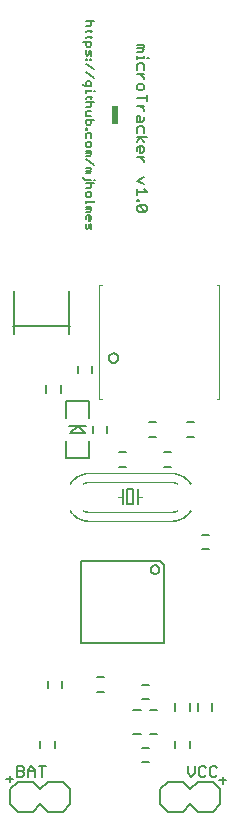
<source format=gto>
G75*
%MOIN*%
%OFA0B0*%
%FSLAX24Y24*%
%IPPOS*%
%LPD*%
%AMOC8*
5,1,8,0,0,1.08239X$1,22.5*
%
%ADD10C,0.0060*%
%ADD11C,0.0050*%
%ADD12R,0.0236X0.0591*%
%ADD13C,0.0039*%
%ADD14C,0.0002*%
%ADD15C,0.0020*%
%ADD16C,0.0080*%
D10*
X000443Y001887D02*
X000443Y002114D01*
X000330Y002000D02*
X000557Y002000D01*
X000680Y002080D02*
X000850Y002080D01*
X000907Y002137D01*
X000907Y002193D01*
X000850Y002250D01*
X000680Y002250D01*
X000680Y002080D02*
X000680Y002420D01*
X000850Y002420D01*
X000907Y002364D01*
X000907Y002307D01*
X000850Y002250D01*
X001048Y002250D02*
X001275Y002250D01*
X001275Y002307D02*
X001275Y002080D01*
X001275Y002307D02*
X001162Y002420D01*
X001048Y002307D01*
X001048Y002080D01*
X001417Y002420D02*
X001643Y002420D01*
X001530Y002420D02*
X001530Y002080D01*
X001464Y003032D02*
X001464Y003268D01*
X001936Y003268D02*
X001936Y003032D01*
X001714Y005032D02*
X001714Y005268D01*
X002186Y005268D02*
X002186Y005032D01*
X002820Y006520D02*
X002820Y009280D01*
X005440Y009280D01*
X005580Y009140D01*
X005580Y006520D01*
X002820Y006520D01*
X003332Y005386D02*
X003568Y005386D01*
X003568Y004914D02*
X003332Y004914D01*
X004560Y004290D02*
X004800Y004290D01*
X004832Y004664D02*
X005068Y004664D01*
X005100Y004290D02*
X005340Y004290D01*
X005340Y003510D02*
X005100Y003510D01*
X005068Y003036D02*
X004832Y003036D01*
X004832Y002564D02*
X005068Y002564D01*
X004800Y003510D02*
X004560Y003510D01*
X004832Y005136D02*
X005068Y005136D01*
X005964Y004518D02*
X005964Y004282D01*
X005964Y003268D02*
X005964Y003032D01*
X006380Y002420D02*
X006380Y002193D01*
X006493Y002080D01*
X006607Y002193D01*
X006607Y002420D01*
X006748Y002364D02*
X006748Y002137D01*
X006805Y002080D01*
X006918Y002080D01*
X006975Y002137D01*
X007117Y002137D02*
X007117Y002364D01*
X007173Y002420D01*
X007287Y002420D01*
X007343Y002364D01*
X007343Y002137D02*
X007287Y002080D01*
X007173Y002080D01*
X007117Y002137D01*
X006975Y002364D02*
X006918Y002420D01*
X006805Y002420D01*
X006748Y002364D01*
X006436Y003032D02*
X006436Y003268D01*
X006436Y004282D02*
X006436Y004518D01*
X006714Y004518D02*
X006714Y004282D01*
X007186Y004282D02*
X007186Y004518D01*
X007543Y002064D02*
X007543Y001837D01*
X007430Y001950D02*
X007657Y001950D01*
X007068Y009664D02*
X006832Y009664D01*
X006832Y010136D02*
X007068Y010136D01*
X006568Y013414D02*
X006332Y013414D01*
X006332Y013886D02*
X006568Y013886D01*
X005818Y012886D02*
X005582Y012886D01*
X005582Y012414D02*
X005818Y012414D01*
X005318Y013414D02*
X005082Y013414D01*
X005082Y013886D02*
X005318Y013886D01*
X004700Y011650D02*
X004700Y011400D01*
X004700Y011150D01*
X004550Y011150D02*
X004550Y011650D01*
X004350Y011650D01*
X004350Y011150D01*
X004550Y011150D01*
X004200Y011150D02*
X004200Y011400D01*
X004200Y011650D01*
X004318Y012414D02*
X004082Y012414D01*
X004082Y012886D02*
X004318Y012886D01*
X003686Y013532D02*
X003686Y013768D01*
X003214Y013768D02*
X003214Y013532D01*
X003186Y015532D02*
X003186Y015768D01*
X002714Y015768D02*
X002714Y015532D01*
X002430Y016840D02*
X002430Y018260D01*
X003023Y020320D02*
X003067Y020363D01*
X003067Y020450D01*
X003110Y020493D01*
X003153Y020450D01*
X003153Y020320D01*
X003110Y020614D02*
X003067Y020614D01*
X003067Y020788D01*
X003110Y020788D02*
X003153Y020744D01*
X003153Y020658D01*
X003110Y020614D01*
X002980Y020658D02*
X002980Y020744D01*
X003023Y020788D01*
X003110Y020788D01*
X003110Y020909D02*
X002980Y020909D01*
X002980Y020996D02*
X003110Y020996D01*
X003153Y020952D01*
X003110Y020909D01*
X003110Y020996D02*
X003153Y021039D01*
X003153Y021082D01*
X002980Y021082D01*
X002980Y021192D02*
X002980Y021279D01*
X002980Y021235D02*
X003240Y021235D01*
X003240Y021279D01*
X003110Y021400D02*
X003153Y021443D01*
X003153Y021530D01*
X003110Y021573D01*
X003023Y021573D01*
X002980Y021530D01*
X002980Y021443D01*
X003023Y021400D01*
X003110Y021400D01*
X003110Y021695D02*
X002980Y021695D01*
X003110Y021695D02*
X003153Y021738D01*
X003153Y021825D01*
X003110Y021868D01*
X003153Y021978D02*
X002937Y021978D01*
X002893Y022021D01*
X002893Y022064D01*
X002980Y022186D02*
X003110Y022186D01*
X003153Y022229D01*
X003110Y022272D01*
X002980Y022272D01*
X002980Y022359D02*
X003153Y022359D01*
X003153Y022316D01*
X003110Y022272D01*
X003240Y021868D02*
X002980Y021868D01*
X003240Y021978D02*
X003284Y021978D01*
X003240Y022480D02*
X002980Y022654D01*
X002980Y022775D02*
X003110Y022775D01*
X003153Y022818D01*
X003110Y022862D01*
X002980Y022862D01*
X002980Y022948D02*
X003153Y022948D01*
X003153Y022905D01*
X003110Y022862D01*
X003110Y023070D02*
X003023Y023070D01*
X002980Y023113D01*
X002980Y023200D01*
X003023Y023243D01*
X003110Y023243D01*
X003153Y023200D01*
X003153Y023113D01*
X003110Y023070D01*
X003153Y023364D02*
X003153Y023494D01*
X003110Y023538D01*
X003023Y023538D01*
X002980Y023494D01*
X002980Y023364D01*
X002980Y023642D02*
X002980Y023685D01*
X003023Y023685D01*
X003023Y023642D01*
X002980Y023642D01*
X003023Y023806D02*
X003110Y023806D01*
X003153Y023850D01*
X003153Y023980D01*
X003240Y023980D02*
X002980Y023980D01*
X002980Y023850D01*
X003023Y023806D01*
X002980Y024101D02*
X003153Y024101D01*
X003153Y024274D02*
X003023Y024274D01*
X002980Y024231D01*
X002980Y024101D01*
X002980Y024396D02*
X003110Y024396D01*
X003153Y024439D01*
X003153Y024526D01*
X003110Y024569D01*
X003153Y024679D02*
X003153Y024765D01*
X003197Y024722D02*
X003023Y024722D01*
X002980Y024679D01*
X002980Y024569D02*
X003240Y024569D01*
X003240Y024919D02*
X003284Y024919D01*
X003240Y025378D02*
X002980Y025551D01*
X003240Y025672D02*
X002980Y025846D01*
X002980Y025950D02*
X002980Y025993D01*
X003023Y025993D01*
X003023Y025950D01*
X002980Y025950D01*
X003110Y025950D02*
X003110Y025993D01*
X003153Y025993D01*
X003153Y025950D01*
X003110Y025950D01*
X003153Y026114D02*
X003153Y026244D01*
X003110Y026288D01*
X003067Y026244D01*
X003067Y026158D01*
X003023Y026114D01*
X002980Y026158D01*
X002980Y026288D01*
X003023Y026409D02*
X002980Y026452D01*
X002980Y026582D01*
X002893Y026582D02*
X003153Y026582D01*
X003153Y026452D01*
X003110Y026409D01*
X003023Y026409D01*
X002980Y026692D02*
X003023Y026736D01*
X003197Y026736D01*
X003153Y026779D02*
X003153Y026692D01*
X003153Y026889D02*
X003153Y026975D01*
X003197Y026932D02*
X003023Y026932D01*
X002980Y026889D01*
X002980Y027097D02*
X003110Y027097D01*
X003153Y027140D01*
X003153Y027227D01*
X003110Y027270D01*
X003240Y027270D02*
X002980Y027270D01*
X003023Y025257D02*
X002980Y025213D01*
X002980Y025083D01*
X002937Y025083D02*
X003153Y025083D01*
X003153Y025213D01*
X003110Y025257D01*
X003023Y025257D01*
X002893Y025170D02*
X002893Y025126D01*
X002937Y025083D01*
X002980Y024962D02*
X002980Y024875D01*
X002980Y024919D02*
X003153Y024919D01*
X003153Y024962D01*
X002980Y020493D02*
X002980Y020363D01*
X003023Y020320D01*
X002136Y015118D02*
X002136Y014882D01*
X001664Y014882D02*
X001664Y015118D01*
X000570Y016840D02*
X000570Y018260D01*
X004680Y020959D02*
X004680Y021073D01*
X004737Y021129D01*
X004964Y020903D01*
X004737Y020903D01*
X004680Y020959D01*
X004737Y021129D02*
X004964Y021129D01*
X005020Y021073D01*
X005020Y020959D01*
X004964Y020903D01*
X004737Y021257D02*
X004680Y021257D01*
X004680Y021314D01*
X004737Y021314D01*
X004737Y021257D01*
X004680Y021455D02*
X004680Y021682D01*
X004680Y021568D02*
X005020Y021568D01*
X004907Y021682D01*
X004907Y021823D02*
X004680Y021937D01*
X004907Y022050D01*
X004907Y022555D02*
X004907Y022612D01*
X004793Y022725D01*
X004680Y022725D02*
X004907Y022725D01*
X004850Y022867D02*
X004907Y022924D01*
X004907Y023037D01*
X004850Y023094D01*
X004737Y023094D01*
X004680Y023037D01*
X004680Y022924D01*
X004793Y022867D02*
X004793Y023094D01*
X004680Y023231D02*
X004793Y023401D01*
X004907Y023231D01*
X005020Y023401D02*
X004680Y023401D01*
X004680Y023542D02*
X004680Y023712D01*
X004737Y023769D01*
X004850Y023769D01*
X004907Y023712D01*
X004907Y023542D01*
X004850Y023910D02*
X004680Y023910D01*
X004680Y024081D01*
X004737Y024137D01*
X004793Y024081D01*
X004793Y023910D01*
X004850Y023910D02*
X004907Y023967D01*
X004907Y024081D01*
X004907Y024274D02*
X004907Y024331D01*
X004793Y024444D01*
X004680Y024444D02*
X004907Y024444D01*
X005020Y024586D02*
X005020Y024813D01*
X005020Y024699D02*
X004680Y024699D01*
X004737Y024954D02*
X004680Y025011D01*
X004680Y025124D01*
X004737Y025181D01*
X004850Y025181D01*
X004907Y025124D01*
X004907Y025011D01*
X004850Y024954D01*
X004737Y024954D01*
X004907Y025318D02*
X004907Y025374D01*
X004793Y025488D01*
X004680Y025488D02*
X004907Y025488D01*
X004907Y025629D02*
X004907Y025799D01*
X004850Y025856D01*
X004737Y025856D01*
X004680Y025799D01*
X004680Y025629D01*
X004680Y025988D02*
X004680Y026102D01*
X004680Y026045D02*
X004907Y026045D01*
X004907Y026102D01*
X005020Y026045D02*
X005077Y026045D01*
X004850Y026243D02*
X004907Y026300D01*
X004850Y026357D01*
X004680Y026357D01*
X004680Y026470D02*
X004907Y026470D01*
X004907Y026413D01*
X004850Y026357D01*
X004850Y026243D02*
X004680Y026243D01*
X004793Y022867D02*
X004850Y022867D01*
X005139Y008980D02*
X005141Y009003D01*
X005147Y009026D01*
X005156Y009047D01*
X005169Y009067D01*
X005185Y009084D01*
X005203Y009098D01*
X005223Y009109D01*
X005245Y009117D01*
X005268Y009121D01*
X005292Y009121D01*
X005315Y009117D01*
X005337Y009109D01*
X005357Y009098D01*
X005375Y009084D01*
X005391Y009067D01*
X005404Y009047D01*
X005413Y009026D01*
X005419Y009003D01*
X005421Y008980D01*
X005419Y008957D01*
X005413Y008934D01*
X005404Y008913D01*
X005391Y008893D01*
X005375Y008876D01*
X005357Y008862D01*
X005337Y008851D01*
X005315Y008843D01*
X005292Y008839D01*
X005268Y008839D01*
X005245Y008843D01*
X005223Y008851D01*
X005203Y008862D01*
X005185Y008876D01*
X005169Y008893D01*
X005156Y008913D01*
X005147Y008934D01*
X005141Y008957D01*
X005139Y008980D01*
D11*
X003736Y016028D02*
X003738Y016053D01*
X003744Y016077D01*
X003753Y016100D01*
X003766Y016121D01*
X003783Y016140D01*
X003802Y016157D01*
X003823Y016170D01*
X003846Y016179D01*
X003870Y016185D01*
X003895Y016187D01*
X003920Y016185D01*
X003944Y016179D01*
X003967Y016170D01*
X003988Y016157D01*
X004007Y016140D01*
X004024Y016121D01*
X004037Y016100D01*
X004046Y016077D01*
X004052Y016053D01*
X004054Y016028D01*
X004052Y016003D01*
X004046Y015979D01*
X004037Y015956D01*
X004024Y015935D01*
X004007Y015916D01*
X003988Y015899D01*
X003967Y015886D01*
X003944Y015877D01*
X003920Y015871D01*
X003895Y015869D01*
X003870Y015871D01*
X003846Y015877D01*
X003823Y015886D01*
X003802Y015899D01*
X003783Y015916D01*
X003766Y015935D01*
X003753Y015956D01*
X003744Y015979D01*
X003738Y016003D01*
X003736Y016028D01*
X002438Y017113D02*
X000625Y017113D01*
X000563Y017113D01*
D12*
X003962Y024132D03*
D13*
X003521Y018481D02*
X003422Y018481D01*
X003422Y014662D01*
X003521Y014662D01*
X007340Y014662D02*
X007399Y014662D01*
X007399Y018481D01*
X007340Y018481D01*
D14*
X006468Y011855D02*
X006453Y011845D01*
X006453Y011846D02*
X006421Y011890D01*
X006386Y011932D01*
X006347Y011971D01*
X006306Y012008D01*
X006263Y012041D01*
X006218Y012072D01*
X006170Y012099D01*
X006121Y012123D01*
X006070Y012144D01*
X006018Y012160D01*
X005964Y012174D01*
X005910Y012183D01*
X005856Y012189D01*
X005801Y012191D01*
X005800Y012208D01*
X005801Y012209D01*
X005857Y012207D01*
X005913Y012201D01*
X005968Y012191D01*
X006023Y012178D01*
X006076Y012161D01*
X006128Y012140D01*
X006178Y012115D01*
X006227Y012087D01*
X006274Y012056D01*
X006318Y012021D01*
X006360Y011984D01*
X006399Y011944D01*
X006435Y011901D01*
X006468Y011856D01*
X006467Y011855D01*
X006434Y011900D01*
X006398Y011943D01*
X006359Y011983D01*
X006317Y012021D01*
X006273Y012055D01*
X006226Y012086D01*
X006178Y012114D01*
X006127Y012139D01*
X006076Y012160D01*
X006022Y012177D01*
X005968Y012190D01*
X005913Y012200D01*
X005857Y012206D01*
X005801Y012208D01*
X005801Y012207D01*
X005857Y012205D01*
X005913Y012199D01*
X005968Y012189D01*
X006022Y012176D01*
X006075Y012159D01*
X006127Y012138D01*
X006177Y012113D01*
X006226Y012085D01*
X006272Y012054D01*
X006317Y012020D01*
X006358Y011983D01*
X006397Y011943D01*
X006434Y011900D01*
X006467Y011855D01*
X006466Y011854D01*
X006433Y011899D01*
X006397Y011942D01*
X006358Y011982D01*
X006316Y012019D01*
X006272Y012053D01*
X006225Y012085D01*
X006177Y012112D01*
X006127Y012137D01*
X006075Y012158D01*
X006022Y012175D01*
X005967Y012188D01*
X005912Y012198D01*
X005857Y012204D01*
X005801Y012206D01*
X005801Y012205D01*
X005857Y012203D01*
X005912Y012197D01*
X005967Y012187D01*
X006021Y012174D01*
X006075Y012157D01*
X006126Y012136D01*
X006176Y012112D01*
X006225Y012084D01*
X006271Y012053D01*
X006315Y012018D01*
X006357Y011981D01*
X006396Y011941D01*
X006432Y011899D01*
X006465Y011854D01*
X006464Y011853D01*
X006431Y011898D01*
X006395Y011941D01*
X006356Y011980D01*
X006315Y012018D01*
X006271Y012052D01*
X006224Y012083D01*
X006176Y012111D01*
X006126Y012135D01*
X006074Y012156D01*
X006021Y012173D01*
X005967Y012186D01*
X005912Y012196D01*
X005857Y012202D01*
X005801Y012204D01*
X005801Y012203D01*
X005857Y012201D01*
X005912Y012195D01*
X005967Y012185D01*
X006021Y012172D01*
X006074Y012155D01*
X006125Y012134D01*
X006176Y012110D01*
X006224Y012082D01*
X006270Y012051D01*
X006314Y012017D01*
X006356Y011980D01*
X006394Y011940D01*
X006430Y011897D01*
X006463Y011853D01*
X006463Y011852D01*
X006430Y011897D01*
X006394Y011939D01*
X006355Y011979D01*
X006313Y012016D01*
X006269Y012050D01*
X006223Y012081D01*
X006175Y012109D01*
X006125Y012133D01*
X006073Y012154D01*
X006021Y012171D01*
X005967Y012185D01*
X005912Y012194D01*
X005857Y012200D01*
X005801Y012202D01*
X005801Y012201D01*
X005856Y012199D01*
X005912Y012193D01*
X005966Y012184D01*
X006020Y012170D01*
X006073Y012153D01*
X006125Y012132D01*
X006175Y012108D01*
X006223Y012080D01*
X006269Y012049D01*
X006313Y012015D01*
X006354Y011978D01*
X006393Y011939D01*
X006429Y011896D01*
X006462Y011851D01*
X006461Y011851D01*
X006428Y011896D01*
X006392Y011938D01*
X006354Y011978D01*
X006312Y012015D01*
X006268Y012049D01*
X006222Y012079D01*
X006174Y012107D01*
X006124Y012131D01*
X006073Y012152D01*
X006020Y012169D01*
X005966Y012183D01*
X005912Y012192D01*
X005856Y012198D01*
X005801Y012200D01*
X005801Y012199D01*
X005856Y012197D01*
X005911Y012191D01*
X005966Y012182D01*
X006020Y012168D01*
X006072Y012151D01*
X006124Y012130D01*
X006174Y012106D01*
X006222Y012079D01*
X006268Y012048D01*
X006312Y012014D01*
X006353Y011977D01*
X006391Y011937D01*
X006427Y011895D01*
X006460Y011850D01*
X006459Y011850D01*
X006426Y011894D01*
X006391Y011937D01*
X006352Y011976D01*
X006311Y012013D01*
X006267Y012047D01*
X006221Y012078D01*
X006173Y012105D01*
X006123Y012130D01*
X006072Y012150D01*
X006019Y012167D01*
X005966Y012181D01*
X005911Y012190D01*
X005856Y012196D01*
X005801Y012198D01*
X005801Y012197D01*
X005856Y012195D01*
X005911Y012189D01*
X005966Y012180D01*
X006019Y012166D01*
X006072Y012149D01*
X006123Y012129D01*
X006173Y012104D01*
X006221Y012077D01*
X006267Y012046D01*
X006310Y012012D01*
X006351Y011975D01*
X006390Y011936D01*
X006426Y011894D01*
X006458Y011849D01*
X006425Y011893D01*
X006389Y011935D01*
X006351Y011975D01*
X006310Y012012D01*
X006266Y012045D01*
X006220Y012076D01*
X006172Y012104D01*
X006123Y012128D01*
X006071Y012148D01*
X006019Y012165D01*
X005965Y012179D01*
X005911Y012188D01*
X005856Y012194D01*
X005801Y012196D01*
X005801Y012195D01*
X005856Y012193D01*
X005911Y012187D01*
X005965Y012178D01*
X006019Y012164D01*
X006071Y012147D01*
X006122Y012127D01*
X006172Y012103D01*
X006220Y012075D01*
X006265Y012045D01*
X006309Y012011D01*
X006350Y011974D01*
X006388Y011935D01*
X006424Y011892D01*
X006457Y011848D01*
X006456Y011847D01*
X006423Y011892D01*
X006388Y011934D01*
X006349Y011973D01*
X006308Y012010D01*
X006265Y012044D01*
X006219Y012074D01*
X006171Y012102D01*
X006122Y012126D01*
X006071Y012146D01*
X006018Y012163D01*
X005965Y012177D01*
X005911Y012186D01*
X005856Y012192D01*
X005801Y012194D01*
X005801Y012193D01*
X005856Y012191D01*
X005911Y012185D01*
X005965Y012176D01*
X006018Y012162D01*
X006070Y012145D01*
X006121Y012125D01*
X006171Y012101D01*
X006219Y012074D01*
X006264Y012043D01*
X006308Y012009D01*
X006349Y011973D01*
X006387Y011933D01*
X006423Y011891D01*
X006455Y011847D01*
X006454Y011846D01*
X006422Y011891D01*
X006386Y011932D01*
X006348Y011972D01*
X006307Y012008D01*
X006264Y012042D01*
X006218Y012073D01*
X006170Y012100D01*
X006121Y012124D01*
X006070Y012145D01*
X006018Y012161D01*
X005965Y012175D01*
X005910Y012184D01*
X005856Y012190D01*
X005801Y012192D01*
X005801Y010592D02*
X005801Y010610D01*
X005801Y010609D02*
X005856Y010611D01*
X005910Y010617D01*
X005964Y010626D01*
X006018Y010640D01*
X006070Y010656D01*
X006121Y010677D01*
X006170Y010701D01*
X006218Y010728D01*
X006263Y010759D01*
X006306Y010792D01*
X006347Y010829D01*
X006386Y010868D01*
X006421Y010910D01*
X006453Y010954D01*
X006468Y010945D01*
X006468Y010944D01*
X006435Y010899D01*
X006399Y010856D01*
X006360Y010816D01*
X006318Y010779D01*
X006274Y010744D01*
X006227Y010713D01*
X006178Y010685D01*
X006128Y010660D01*
X006076Y010640D01*
X006023Y010622D01*
X005968Y010609D01*
X005913Y010599D01*
X005857Y010593D01*
X005801Y010591D01*
X005801Y010592D01*
X005857Y010594D01*
X005913Y010600D01*
X005968Y010610D01*
X006022Y010623D01*
X006076Y010640D01*
X006128Y010661D01*
X006178Y010686D01*
X006227Y010714D01*
X006273Y010745D01*
X006317Y010779D01*
X006359Y010817D01*
X006398Y010857D01*
X006434Y010900D01*
X006468Y010945D01*
X006467Y010945D01*
X006434Y010900D01*
X006397Y010857D01*
X006358Y010817D01*
X006317Y010780D01*
X006272Y010746D01*
X006226Y010715D01*
X006177Y010687D01*
X006127Y010662D01*
X006075Y010641D01*
X006022Y010624D01*
X005968Y010611D01*
X005913Y010601D01*
X005857Y010595D01*
X005801Y010593D01*
X005801Y010594D01*
X005857Y010596D01*
X005912Y010602D01*
X005968Y010612D01*
X006022Y010625D01*
X006075Y010642D01*
X006127Y010663D01*
X006177Y010688D01*
X006225Y010715D01*
X006272Y010747D01*
X006316Y010781D01*
X006358Y010818D01*
X006397Y010858D01*
X006433Y010901D01*
X006466Y010946D01*
X006465Y010946D01*
X006432Y010901D01*
X006396Y010859D01*
X006357Y010819D01*
X006315Y010782D01*
X006271Y010747D01*
X006225Y010716D01*
X006177Y010688D01*
X006126Y010664D01*
X006075Y010643D01*
X006021Y010626D01*
X005967Y010613D01*
X005912Y010603D01*
X005857Y010597D01*
X005801Y010595D01*
X005801Y010596D01*
X005857Y010598D01*
X005912Y010604D01*
X005967Y010614D01*
X006021Y010627D01*
X006074Y010644D01*
X006126Y010665D01*
X006176Y010689D01*
X006224Y010717D01*
X006271Y010748D01*
X006315Y010782D01*
X006356Y010820D01*
X006395Y010859D01*
X006431Y010902D01*
X006464Y010947D01*
X006463Y010948D01*
X006430Y010903D01*
X006394Y010860D01*
X006356Y010820D01*
X006314Y010783D01*
X006270Y010749D01*
X006224Y010718D01*
X006176Y010690D01*
X006126Y010666D01*
X006074Y010645D01*
X006021Y010628D01*
X005967Y010615D01*
X005912Y010605D01*
X005857Y010599D01*
X005801Y010597D01*
X005801Y010598D01*
X005857Y010600D01*
X005912Y010606D01*
X005967Y010616D01*
X006021Y010629D01*
X006074Y010646D01*
X006125Y010667D01*
X006175Y010691D01*
X006223Y010719D01*
X006270Y010750D01*
X006313Y010784D01*
X006355Y010821D01*
X006394Y010861D01*
X006430Y010903D01*
X006463Y010948D01*
X006462Y010949D01*
X006429Y010904D01*
X006393Y010861D01*
X006354Y010822D01*
X006313Y010785D01*
X006269Y010751D01*
X006223Y010720D01*
X006175Y010692D01*
X006125Y010668D01*
X006073Y010647D01*
X006020Y010630D01*
X005966Y010616D01*
X005912Y010607D01*
X005857Y010601D01*
X005801Y010599D01*
X005801Y010600D01*
X005856Y010602D01*
X005912Y010608D01*
X005966Y010617D01*
X006020Y010631D01*
X006073Y010648D01*
X006124Y010669D01*
X006174Y010693D01*
X006222Y010721D01*
X006268Y010751D01*
X006312Y010785D01*
X006354Y010822D01*
X006392Y010862D01*
X006428Y010905D01*
X006461Y010949D01*
X006460Y010950D01*
X006427Y010905D01*
X006391Y010863D01*
X006353Y010823D01*
X006312Y010786D01*
X006268Y010752D01*
X006222Y010721D01*
X006174Y010694D01*
X006124Y010670D01*
X006073Y010649D01*
X006020Y010632D01*
X005966Y010618D01*
X005912Y010609D01*
X005856Y010603D01*
X005801Y010601D01*
X005801Y010602D01*
X005856Y010604D01*
X005911Y010610D01*
X005966Y010619D01*
X006020Y010633D01*
X006072Y010650D01*
X006124Y010671D01*
X006173Y010695D01*
X006221Y010722D01*
X006267Y010753D01*
X006311Y010787D01*
X006352Y010824D01*
X006391Y010864D01*
X006427Y010906D01*
X006459Y010950D01*
X006458Y010951D01*
X006426Y010906D01*
X006390Y010864D01*
X006351Y010825D01*
X006310Y010788D01*
X006267Y010754D01*
X006221Y010723D01*
X006173Y010696D01*
X006123Y010671D01*
X006072Y010651D01*
X006019Y010634D01*
X005966Y010620D01*
X005911Y010611D01*
X005856Y010605D01*
X005801Y010603D01*
X005801Y010604D01*
X005856Y010606D01*
X005911Y010612D01*
X005965Y010621D01*
X006019Y010635D01*
X006071Y010652D01*
X006123Y010672D01*
X006172Y010696D01*
X006220Y010724D01*
X006266Y010755D01*
X006310Y010789D01*
X006351Y010825D01*
X006389Y010865D01*
X006425Y010907D01*
X006458Y010951D01*
X006457Y010952D01*
X006424Y010908D01*
X006389Y010866D01*
X006350Y010826D01*
X006309Y010789D01*
X006265Y010755D01*
X006220Y010725D01*
X006172Y010697D01*
X006122Y010673D01*
X006071Y010653D01*
X006019Y010636D01*
X005965Y010622D01*
X005911Y010613D01*
X005856Y010607D01*
X005801Y010605D01*
X005801Y010606D01*
X005856Y010608D01*
X005911Y010614D01*
X005965Y010623D01*
X006018Y010637D01*
X006071Y010654D01*
X006122Y010674D01*
X006171Y010698D01*
X006219Y010726D01*
X006265Y010756D01*
X006308Y010790D01*
X006349Y010827D01*
X006388Y010866D01*
X006423Y010908D01*
X006456Y010953D01*
X006455Y010953D01*
X006423Y010909D01*
X006387Y010867D01*
X006349Y010827D01*
X006308Y010791D01*
X006264Y010757D01*
X006219Y010726D01*
X006171Y010699D01*
X006121Y010675D01*
X006070Y010655D01*
X006018Y010638D01*
X005965Y010624D01*
X005911Y010615D01*
X005856Y010609D01*
X005801Y010607D01*
X005801Y010608D01*
X005856Y010610D01*
X005911Y010616D01*
X005965Y010625D01*
X006018Y010639D01*
X006070Y010655D01*
X006121Y010676D01*
X006170Y010700D01*
X006218Y010727D01*
X006264Y010758D01*
X006307Y010792D01*
X006348Y010828D01*
X006386Y010868D01*
X006422Y010909D01*
X006454Y010954D01*
X005800Y010892D02*
X005800Y010910D01*
X005801Y010909D02*
X005845Y010911D01*
X005888Y010917D01*
X005931Y010927D01*
X005973Y010940D01*
X006013Y010958D01*
X006020Y010942D01*
X006021Y010941D01*
X005986Y010926D01*
X005950Y010914D01*
X005914Y010904D01*
X005877Y010897D01*
X005839Y010892D01*
X005801Y010891D01*
X005801Y010892D01*
X005839Y010893D01*
X005876Y010898D01*
X005914Y010905D01*
X005950Y010915D01*
X005986Y010927D01*
X006021Y010942D01*
X006020Y010943D01*
X005985Y010928D01*
X005950Y010916D01*
X005913Y010906D01*
X005876Y010899D01*
X005839Y010894D01*
X005801Y010893D01*
X005801Y010894D01*
X005839Y010895D01*
X005876Y010900D01*
X005913Y010907D01*
X005950Y010917D01*
X005985Y010929D01*
X006020Y010944D01*
X006019Y010945D01*
X005985Y010930D01*
X005949Y010918D01*
X005913Y010908D01*
X005876Y010901D01*
X005839Y010896D01*
X005801Y010895D01*
X005801Y010896D01*
X005839Y010897D01*
X005876Y010902D01*
X005913Y010909D01*
X005949Y010919D01*
X005984Y010931D01*
X006019Y010946D01*
X006018Y010947D01*
X005984Y010932D01*
X005949Y010919D01*
X005912Y010910D01*
X005876Y010903D01*
X005838Y010898D01*
X005801Y010897D01*
X005801Y010898D01*
X005838Y010899D01*
X005876Y010904D01*
X005912Y010911D01*
X005948Y010920D01*
X005984Y010933D01*
X006018Y010948D01*
X006017Y010949D01*
X005983Y010934D01*
X005948Y010921D01*
X005912Y010912D01*
X005875Y010905D01*
X005838Y010900D01*
X005801Y010899D01*
X005801Y010900D01*
X005838Y010901D01*
X005875Y010906D01*
X005912Y010913D01*
X005948Y010922D01*
X005983Y010935D01*
X006017Y010950D01*
X005983Y010936D01*
X005947Y010923D01*
X005912Y010914D01*
X005875Y010907D01*
X005838Y010902D01*
X005801Y010901D01*
X005801Y010902D01*
X005838Y010903D01*
X005875Y010908D01*
X005911Y010915D01*
X005947Y010924D01*
X005982Y010937D01*
X006016Y010951D01*
X006016Y010952D01*
X005982Y010937D01*
X005947Y010925D01*
X005911Y010916D01*
X005875Y010909D01*
X005838Y010904D01*
X005801Y010903D01*
X005801Y010904D01*
X005845Y010906D01*
X005889Y010912D01*
X005932Y010922D01*
X005975Y010936D01*
X006015Y010953D01*
X006015Y010954D01*
X005974Y010937D01*
X005932Y010923D01*
X005889Y010913D01*
X005845Y010907D01*
X005801Y010905D01*
X005801Y010906D01*
X005845Y010908D01*
X005889Y010914D01*
X005932Y010924D01*
X005974Y010938D01*
X006014Y010955D01*
X006014Y010956D01*
X005973Y010939D01*
X005932Y010925D01*
X005889Y010915D01*
X005845Y010909D01*
X005801Y010907D01*
X005801Y010908D01*
X005845Y010910D01*
X005888Y010916D01*
X005931Y010926D01*
X005973Y010939D01*
X006014Y010957D01*
X006020Y011858D02*
X006013Y011842D01*
X005973Y011860D01*
X005931Y011873D01*
X005888Y011883D01*
X005845Y011889D01*
X005801Y011891D01*
X005800Y011908D01*
X005801Y011909D01*
X005839Y011908D01*
X005877Y011903D01*
X005914Y011896D01*
X005950Y011886D01*
X005986Y011874D01*
X006021Y011859D01*
X006021Y011858D01*
X005986Y011873D01*
X005950Y011885D01*
X005914Y011895D01*
X005876Y011902D01*
X005839Y011907D01*
X005801Y011908D01*
X005801Y011907D01*
X005839Y011906D01*
X005876Y011901D01*
X005913Y011894D01*
X005950Y011884D01*
X005985Y011872D01*
X006020Y011857D01*
X006020Y011856D01*
X005985Y011871D01*
X005950Y011883D01*
X005913Y011893D01*
X005876Y011900D01*
X005839Y011905D01*
X005801Y011906D01*
X005801Y011905D01*
X005839Y011904D01*
X005876Y011899D01*
X005913Y011892D01*
X005949Y011882D01*
X005985Y011870D01*
X006019Y011855D01*
X006019Y011854D01*
X005984Y011869D01*
X005949Y011881D01*
X005913Y011891D01*
X005876Y011898D01*
X005839Y011903D01*
X005801Y011904D01*
X005801Y011903D01*
X005838Y011902D01*
X005876Y011897D01*
X005912Y011890D01*
X005949Y011881D01*
X005984Y011868D01*
X006018Y011853D01*
X006018Y011852D01*
X005984Y011867D01*
X005948Y011880D01*
X005912Y011889D01*
X005876Y011896D01*
X005838Y011901D01*
X005801Y011902D01*
X005801Y011901D01*
X005838Y011900D01*
X005875Y011895D01*
X005912Y011888D01*
X005948Y011879D01*
X005983Y011866D01*
X006017Y011851D01*
X006017Y011850D01*
X005983Y011865D01*
X005948Y011878D01*
X005912Y011887D01*
X005875Y011894D01*
X005838Y011899D01*
X005801Y011900D01*
X005801Y011899D01*
X005838Y011898D01*
X005875Y011893D01*
X005912Y011886D01*
X005947Y011877D01*
X005983Y011864D01*
X006017Y011850D01*
X006016Y011849D01*
X005982Y011863D01*
X005947Y011876D01*
X005911Y011885D01*
X005875Y011892D01*
X005838Y011897D01*
X005801Y011898D01*
X005801Y011897D01*
X005838Y011896D01*
X005875Y011891D01*
X005911Y011884D01*
X005947Y011875D01*
X005982Y011863D01*
X006016Y011848D01*
X006015Y011847D01*
X005975Y011864D01*
X005932Y011878D01*
X005889Y011888D01*
X005845Y011894D01*
X005801Y011896D01*
X005801Y011895D01*
X005845Y011893D01*
X005889Y011887D01*
X005932Y011877D01*
X005974Y011863D01*
X006015Y011846D01*
X006014Y011845D01*
X005974Y011862D01*
X005932Y011876D01*
X005889Y011886D01*
X005845Y011892D01*
X005801Y011894D01*
X005801Y011893D01*
X005845Y011891D01*
X005889Y011885D01*
X005932Y011875D01*
X005973Y011861D01*
X006014Y011844D01*
X006014Y011843D01*
X005973Y011861D01*
X005931Y011874D01*
X005888Y011884D01*
X005845Y011890D01*
X005801Y011892D01*
X003099Y012208D02*
X003099Y012190D01*
X003099Y012191D02*
X003044Y012189D01*
X002990Y012183D01*
X002936Y012174D01*
X002882Y012160D01*
X002830Y012144D01*
X002779Y012123D01*
X002730Y012099D01*
X002682Y012072D01*
X002637Y012041D01*
X002594Y012008D01*
X002553Y011971D01*
X002514Y011932D01*
X002479Y011890D01*
X002447Y011846D01*
X002432Y011855D01*
X002432Y011856D01*
X002465Y011901D01*
X002501Y011944D01*
X002540Y011984D01*
X002582Y012021D01*
X002626Y012056D01*
X002673Y012087D01*
X002722Y012115D01*
X002772Y012140D01*
X002824Y012160D01*
X002877Y012178D01*
X002932Y012191D01*
X002987Y012201D01*
X003043Y012207D01*
X003099Y012209D01*
X003099Y012208D01*
X003043Y012206D01*
X002987Y012200D01*
X002932Y012190D01*
X002878Y012177D01*
X002824Y012160D01*
X002772Y012139D01*
X002722Y012114D01*
X002673Y012086D01*
X002627Y012055D01*
X002583Y012021D01*
X002541Y011983D01*
X002502Y011943D01*
X002466Y011900D01*
X002432Y011855D01*
X002433Y011855D01*
X002466Y011900D01*
X002503Y011943D01*
X002542Y011983D01*
X002583Y012020D01*
X002628Y012054D01*
X002674Y012085D01*
X002723Y012113D01*
X002773Y012138D01*
X002825Y012159D01*
X002878Y012176D01*
X002932Y012189D01*
X002987Y012199D01*
X003043Y012205D01*
X003099Y012207D01*
X003099Y012206D01*
X003043Y012204D01*
X002988Y012198D01*
X002933Y012188D01*
X002878Y012175D01*
X002825Y012158D01*
X002773Y012137D01*
X002723Y012112D01*
X002675Y012085D01*
X002628Y012053D01*
X002584Y012019D01*
X002542Y011982D01*
X002503Y011942D01*
X002467Y011899D01*
X002434Y011854D01*
X002435Y011854D01*
X002468Y011899D01*
X002504Y011941D01*
X002543Y011981D01*
X002585Y012018D01*
X002629Y012053D01*
X002675Y012084D01*
X002723Y012112D01*
X002774Y012136D01*
X002825Y012157D01*
X002879Y012174D01*
X002933Y012187D01*
X002988Y012197D01*
X003043Y012203D01*
X003099Y012205D01*
X003099Y012204D01*
X003043Y012202D01*
X002988Y012196D01*
X002933Y012186D01*
X002879Y012173D01*
X002826Y012156D01*
X002774Y012135D01*
X002724Y012111D01*
X002676Y012083D01*
X002629Y012052D01*
X002585Y012018D01*
X002544Y011980D01*
X002505Y011941D01*
X002469Y011898D01*
X002436Y011853D01*
X002437Y011852D01*
X002470Y011897D01*
X002506Y011940D01*
X002544Y011980D01*
X002586Y012017D01*
X002630Y012051D01*
X002676Y012082D01*
X002724Y012110D01*
X002774Y012134D01*
X002826Y012155D01*
X002879Y012172D01*
X002933Y012185D01*
X002988Y012195D01*
X003043Y012201D01*
X003099Y012203D01*
X003099Y012202D01*
X003043Y012200D01*
X002988Y012194D01*
X002933Y012184D01*
X002879Y012171D01*
X002826Y012154D01*
X002775Y012133D01*
X002725Y012109D01*
X002677Y012081D01*
X002630Y012050D01*
X002587Y012016D01*
X002545Y011979D01*
X002506Y011939D01*
X002470Y011897D01*
X002437Y011852D01*
X002438Y011851D01*
X002471Y011896D01*
X002507Y011939D01*
X002546Y011978D01*
X002587Y012015D01*
X002631Y012049D01*
X002677Y012080D01*
X002725Y012108D01*
X002775Y012132D01*
X002827Y012153D01*
X002880Y012170D01*
X002934Y012184D01*
X002988Y012193D01*
X003043Y012199D01*
X003099Y012201D01*
X003099Y012200D01*
X003044Y012198D01*
X002988Y012192D01*
X002934Y012183D01*
X002880Y012169D01*
X002827Y012152D01*
X002776Y012131D01*
X002726Y012107D01*
X002678Y012079D01*
X002632Y012049D01*
X002588Y012015D01*
X002546Y011978D01*
X002508Y011938D01*
X002472Y011896D01*
X002439Y011851D01*
X002440Y011850D01*
X002473Y011895D01*
X002509Y011937D01*
X002547Y011977D01*
X002588Y012014D01*
X002632Y012048D01*
X002678Y012079D01*
X002726Y012106D01*
X002776Y012130D01*
X002828Y012151D01*
X002880Y012168D01*
X002934Y012182D01*
X002989Y012191D01*
X003044Y012197D01*
X003099Y012199D01*
X003099Y012198D01*
X003044Y012196D01*
X002989Y012190D01*
X002934Y012181D01*
X002880Y012167D01*
X002828Y012150D01*
X002777Y012129D01*
X002727Y012105D01*
X002679Y012078D01*
X002633Y012047D01*
X002589Y012013D01*
X002548Y011976D01*
X002509Y011937D01*
X002474Y011894D01*
X002441Y011850D01*
X002442Y011849D01*
X002474Y011894D01*
X002510Y011936D01*
X002549Y011975D01*
X002590Y012012D01*
X002633Y012046D01*
X002679Y012077D01*
X002727Y012104D01*
X002777Y012129D01*
X002828Y012149D01*
X002881Y012166D01*
X002934Y012180D01*
X002989Y012189D01*
X003044Y012195D01*
X003099Y012197D01*
X003099Y012196D01*
X003044Y012194D01*
X002989Y012188D01*
X002935Y012179D01*
X002881Y012165D01*
X002829Y012148D01*
X002777Y012128D01*
X002728Y012104D01*
X002680Y012076D01*
X002634Y012045D01*
X002590Y012011D01*
X002549Y011975D01*
X002511Y011935D01*
X002475Y011893D01*
X002442Y011849D01*
X002443Y011848D01*
X002476Y011892D01*
X002511Y011934D01*
X002550Y011974D01*
X002591Y012011D01*
X002635Y012045D01*
X002680Y012075D01*
X002728Y012103D01*
X002778Y012127D01*
X002829Y012147D01*
X002881Y012164D01*
X002935Y012178D01*
X002989Y012187D01*
X003044Y012193D01*
X003099Y012195D01*
X003099Y012194D01*
X003044Y012192D01*
X002989Y012186D01*
X002935Y012177D01*
X002882Y012163D01*
X002829Y012146D01*
X002778Y012126D01*
X002729Y012102D01*
X002681Y012074D01*
X002635Y012044D01*
X002592Y012010D01*
X002551Y011973D01*
X002512Y011934D01*
X002477Y011892D01*
X002444Y011847D01*
X002445Y011847D01*
X002477Y011891D01*
X002513Y011933D01*
X002551Y011973D01*
X002592Y012009D01*
X002636Y012043D01*
X002681Y012074D01*
X002729Y012101D01*
X002779Y012125D01*
X002830Y012145D01*
X002882Y012162D01*
X002935Y012176D01*
X002989Y012185D01*
X003044Y012191D01*
X003099Y012193D01*
X003099Y012192D01*
X003044Y012190D01*
X002989Y012184D01*
X002935Y012175D01*
X002882Y012161D01*
X002830Y012145D01*
X002779Y012124D01*
X002730Y012100D01*
X002682Y012073D01*
X002636Y012042D01*
X002593Y012008D01*
X002552Y011972D01*
X002514Y011932D01*
X002478Y011891D01*
X002446Y011846D01*
X002432Y010945D02*
X002447Y010955D01*
X002447Y010954D02*
X002479Y010910D01*
X002514Y010868D01*
X002553Y010829D01*
X002594Y010792D01*
X002637Y010759D01*
X002682Y010728D01*
X002730Y010701D01*
X002779Y010677D01*
X002830Y010656D01*
X002882Y010640D01*
X002936Y010626D01*
X002990Y010617D01*
X003044Y010611D01*
X003099Y010609D01*
X003100Y010592D01*
X003099Y010591D01*
X003043Y010593D01*
X002987Y010599D01*
X002932Y010609D01*
X002877Y010622D01*
X002824Y010639D01*
X002772Y010660D01*
X002722Y010685D01*
X002673Y010713D01*
X002626Y010744D01*
X002582Y010779D01*
X002540Y010816D01*
X002501Y010856D01*
X002465Y010899D01*
X002432Y010944D01*
X002433Y010945D01*
X002466Y010900D01*
X002502Y010857D01*
X002541Y010817D01*
X002583Y010779D01*
X002627Y010745D01*
X002674Y010714D01*
X002722Y010686D01*
X002773Y010661D01*
X002824Y010640D01*
X002878Y010623D01*
X002932Y010610D01*
X002987Y010600D01*
X003043Y010594D01*
X003099Y010592D01*
X003099Y010593D01*
X003043Y010595D01*
X002987Y010601D01*
X002932Y010611D01*
X002878Y010624D01*
X002825Y010641D01*
X002773Y010662D01*
X002723Y010687D01*
X002674Y010715D01*
X002628Y010746D01*
X002583Y010780D01*
X002542Y010817D01*
X002503Y010857D01*
X002466Y010900D01*
X002433Y010945D01*
X002434Y010946D01*
X002467Y010901D01*
X002503Y010858D01*
X002542Y010818D01*
X002584Y010781D01*
X002628Y010747D01*
X002675Y010715D01*
X002723Y010688D01*
X002773Y010663D01*
X002825Y010642D01*
X002878Y010625D01*
X002933Y010612D01*
X002988Y010602D01*
X003043Y010596D01*
X003099Y010594D01*
X003099Y010595D01*
X003043Y010597D01*
X002988Y010603D01*
X002933Y010613D01*
X002879Y010626D01*
X002825Y010643D01*
X002774Y010664D01*
X002724Y010688D01*
X002675Y010716D01*
X002629Y010747D01*
X002585Y010782D01*
X002543Y010819D01*
X002504Y010859D01*
X002468Y010901D01*
X002435Y010946D01*
X002436Y010947D01*
X002469Y010902D01*
X002505Y010859D01*
X002544Y010820D01*
X002585Y010782D01*
X002629Y010748D01*
X002676Y010717D01*
X002724Y010689D01*
X002774Y010665D01*
X002826Y010644D01*
X002879Y010627D01*
X002933Y010614D01*
X002988Y010604D01*
X003043Y010598D01*
X003099Y010596D01*
X003099Y010597D01*
X003043Y010599D01*
X002988Y010605D01*
X002933Y010615D01*
X002879Y010628D01*
X002826Y010645D01*
X002775Y010666D01*
X002724Y010690D01*
X002676Y010718D01*
X002630Y010749D01*
X002586Y010783D01*
X002544Y010820D01*
X002506Y010860D01*
X002470Y010903D01*
X002437Y010947D01*
X002437Y010948D01*
X002470Y010903D01*
X002506Y010861D01*
X002545Y010821D01*
X002587Y010784D01*
X002631Y010750D01*
X002677Y010719D01*
X002725Y010691D01*
X002775Y010667D01*
X002827Y010646D01*
X002879Y010629D01*
X002933Y010615D01*
X002988Y010606D01*
X003043Y010600D01*
X003099Y010598D01*
X003099Y010599D01*
X003044Y010601D01*
X002988Y010607D01*
X002934Y010616D01*
X002880Y010630D01*
X002827Y010647D01*
X002775Y010668D01*
X002725Y010692D01*
X002677Y010720D01*
X002631Y010751D01*
X002587Y010785D01*
X002546Y010822D01*
X002507Y010861D01*
X002471Y010904D01*
X002438Y010949D01*
X002439Y010949D01*
X002472Y010904D01*
X002508Y010862D01*
X002546Y010822D01*
X002588Y010785D01*
X002632Y010751D01*
X002678Y010721D01*
X002726Y010693D01*
X002776Y010669D01*
X002827Y010648D01*
X002880Y010631D01*
X002934Y010617D01*
X002988Y010608D01*
X003044Y010602D01*
X003099Y010600D01*
X003099Y010601D01*
X003044Y010603D01*
X002989Y010609D01*
X002934Y010618D01*
X002880Y010632D01*
X002828Y010649D01*
X002776Y010670D01*
X002726Y010694D01*
X002678Y010721D01*
X002632Y010752D01*
X002588Y010786D01*
X002547Y010823D01*
X002509Y010863D01*
X002473Y010905D01*
X002440Y010950D01*
X002441Y010950D01*
X002474Y010906D01*
X002509Y010863D01*
X002548Y010824D01*
X002589Y010787D01*
X002633Y010753D01*
X002679Y010722D01*
X002727Y010695D01*
X002777Y010670D01*
X002828Y010650D01*
X002881Y010633D01*
X002934Y010619D01*
X002989Y010610D01*
X003044Y010604D01*
X003099Y010602D01*
X003099Y010603D01*
X003044Y010605D01*
X002989Y010611D01*
X002934Y010620D01*
X002881Y010634D01*
X002828Y010651D01*
X002777Y010671D01*
X002727Y010696D01*
X002679Y010723D01*
X002633Y010754D01*
X002590Y010788D01*
X002549Y010825D01*
X002510Y010864D01*
X002474Y010906D01*
X002442Y010951D01*
X002475Y010907D01*
X002511Y010865D01*
X002549Y010825D01*
X002590Y010788D01*
X002634Y010755D01*
X002680Y010724D01*
X002728Y010696D01*
X002777Y010672D01*
X002829Y010652D01*
X002881Y010635D01*
X002935Y010621D01*
X002989Y010612D01*
X003044Y010606D01*
X003099Y010604D01*
X003099Y010605D01*
X003044Y010607D01*
X002989Y010613D01*
X002935Y010622D01*
X002881Y010636D01*
X002829Y010653D01*
X002778Y010673D01*
X002728Y010697D01*
X002680Y010725D01*
X002635Y010755D01*
X002591Y010789D01*
X002550Y010826D01*
X002512Y010865D01*
X002476Y010908D01*
X002443Y010952D01*
X002444Y010953D01*
X002477Y010908D01*
X002512Y010866D01*
X002551Y010827D01*
X002592Y010790D01*
X002635Y010756D01*
X002681Y010726D01*
X002729Y010698D01*
X002778Y010674D01*
X002829Y010654D01*
X002882Y010637D01*
X002935Y010623D01*
X002989Y010614D01*
X003044Y010608D01*
X003099Y010606D01*
X003099Y010607D01*
X003044Y010609D01*
X002989Y010615D01*
X002935Y010624D01*
X002882Y010638D01*
X002830Y010655D01*
X002779Y010675D01*
X002729Y010699D01*
X002681Y010726D01*
X002636Y010757D01*
X002592Y010791D01*
X002551Y010827D01*
X002513Y010867D01*
X002477Y010909D01*
X002445Y010953D01*
X002446Y010954D01*
X002478Y010909D01*
X002514Y010868D01*
X002552Y010828D01*
X002593Y010792D01*
X002636Y010758D01*
X002682Y010727D01*
X002730Y010700D01*
X002779Y010676D01*
X002830Y010655D01*
X002882Y010639D01*
X002935Y010625D01*
X002990Y010616D01*
X003044Y010610D01*
X003099Y010608D01*
X002880Y010942D02*
X002887Y010958D01*
X002927Y010940D01*
X002969Y010927D01*
X003012Y010917D01*
X003055Y010911D01*
X003099Y010909D01*
X003100Y010892D01*
X003099Y010891D01*
X003061Y010892D01*
X003023Y010897D01*
X002986Y010904D01*
X002950Y010914D01*
X002914Y010926D01*
X002879Y010941D01*
X002879Y010942D01*
X002914Y010927D01*
X002950Y010915D01*
X002986Y010905D01*
X003024Y010898D01*
X003061Y010893D01*
X003099Y010892D01*
X003099Y010893D01*
X003061Y010894D01*
X003024Y010899D01*
X002987Y010906D01*
X002950Y010916D01*
X002915Y010928D01*
X002880Y010943D01*
X002880Y010944D01*
X002915Y010929D01*
X002950Y010917D01*
X002987Y010907D01*
X003024Y010900D01*
X003061Y010895D01*
X003099Y010894D01*
X003099Y010895D01*
X003061Y010896D01*
X003024Y010901D01*
X002987Y010908D01*
X002951Y010918D01*
X002915Y010930D01*
X002881Y010945D01*
X002881Y010946D01*
X002916Y010931D01*
X002951Y010919D01*
X002987Y010909D01*
X003024Y010902D01*
X003061Y010897D01*
X003099Y010896D01*
X003099Y010897D01*
X003062Y010898D01*
X003024Y010903D01*
X002988Y010910D01*
X002951Y010919D01*
X002916Y010932D01*
X002882Y010947D01*
X002882Y010948D01*
X002916Y010933D01*
X002952Y010920D01*
X002988Y010911D01*
X003024Y010904D01*
X003062Y010899D01*
X003099Y010898D01*
X003099Y010899D01*
X003062Y010900D01*
X003025Y010905D01*
X002988Y010912D01*
X002952Y010921D01*
X002917Y010934D01*
X002883Y010949D01*
X002883Y010950D01*
X002917Y010935D01*
X002952Y010922D01*
X002988Y010913D01*
X003025Y010906D01*
X003062Y010901D01*
X003099Y010900D01*
X003099Y010901D01*
X003062Y010902D01*
X003025Y010907D01*
X002988Y010914D01*
X002953Y010923D01*
X002917Y010936D01*
X002883Y010950D01*
X002884Y010951D01*
X002918Y010937D01*
X002953Y010924D01*
X002989Y010915D01*
X003025Y010908D01*
X003062Y010903D01*
X003099Y010902D01*
X003099Y010903D01*
X003062Y010904D01*
X003025Y010909D01*
X002989Y010916D01*
X002953Y010925D01*
X002918Y010937D01*
X002884Y010952D01*
X002885Y010953D01*
X002925Y010936D01*
X002968Y010922D01*
X003011Y010912D01*
X003055Y010906D01*
X003099Y010904D01*
X003099Y010905D01*
X003055Y010907D01*
X003011Y010913D01*
X002968Y010923D01*
X002926Y010937D01*
X002885Y010954D01*
X002886Y010955D01*
X002926Y010938D01*
X002968Y010924D01*
X003011Y010914D01*
X003055Y010908D01*
X003099Y010906D01*
X003099Y010907D01*
X003055Y010909D01*
X003011Y010915D01*
X002968Y010925D01*
X002927Y010939D01*
X002886Y010956D01*
X002886Y010957D01*
X002927Y010939D01*
X002969Y010926D01*
X003012Y010916D01*
X003055Y010910D01*
X003099Y010908D01*
X003100Y011908D02*
X003100Y011890D01*
X003099Y011891D02*
X003055Y011889D01*
X003012Y011883D01*
X002969Y011873D01*
X002927Y011860D01*
X002887Y011842D01*
X002880Y011858D01*
X002879Y011859D01*
X002914Y011874D01*
X002950Y011886D01*
X002986Y011896D01*
X003023Y011903D01*
X003061Y011908D01*
X003099Y011909D01*
X003099Y011908D01*
X003061Y011907D01*
X003024Y011902D01*
X002986Y011895D01*
X002950Y011885D01*
X002914Y011873D01*
X002879Y011858D01*
X002880Y011857D01*
X002915Y011872D01*
X002950Y011884D01*
X002987Y011894D01*
X003024Y011901D01*
X003061Y011906D01*
X003099Y011907D01*
X003099Y011906D01*
X003061Y011905D01*
X003024Y011900D01*
X002987Y011893D01*
X002950Y011883D01*
X002915Y011871D01*
X002880Y011856D01*
X002881Y011855D01*
X002915Y011870D01*
X002951Y011882D01*
X002987Y011892D01*
X003024Y011899D01*
X003061Y011904D01*
X003099Y011905D01*
X003099Y011904D01*
X003061Y011903D01*
X003024Y011898D01*
X002987Y011891D01*
X002951Y011881D01*
X002916Y011869D01*
X002881Y011854D01*
X002882Y011853D01*
X002916Y011868D01*
X002951Y011881D01*
X002988Y011890D01*
X003024Y011897D01*
X003062Y011902D01*
X003099Y011903D01*
X003099Y011902D01*
X003062Y011901D01*
X003024Y011896D01*
X002988Y011889D01*
X002952Y011880D01*
X002916Y011867D01*
X002882Y011852D01*
X002883Y011851D01*
X002917Y011866D01*
X002952Y011879D01*
X002988Y011888D01*
X003025Y011895D01*
X003062Y011900D01*
X003099Y011901D01*
X003099Y011900D01*
X003062Y011899D01*
X003025Y011894D01*
X002988Y011887D01*
X002952Y011878D01*
X002917Y011865D01*
X002883Y011850D01*
X002917Y011864D01*
X002953Y011877D01*
X002988Y011886D01*
X003025Y011893D01*
X003062Y011898D01*
X003099Y011899D01*
X003099Y011898D01*
X003062Y011897D01*
X003025Y011892D01*
X002989Y011885D01*
X002953Y011876D01*
X002918Y011863D01*
X002884Y011849D01*
X002884Y011848D01*
X002918Y011863D01*
X002953Y011875D01*
X002989Y011884D01*
X003025Y011891D01*
X003062Y011896D01*
X003099Y011897D01*
X003099Y011896D01*
X003055Y011894D01*
X003011Y011888D01*
X002968Y011878D01*
X002925Y011864D01*
X002885Y011847D01*
X002885Y011846D01*
X002926Y011863D01*
X002968Y011877D01*
X003011Y011887D01*
X003055Y011893D01*
X003099Y011895D01*
X003099Y011894D01*
X003055Y011892D01*
X003011Y011886D01*
X002968Y011876D01*
X002926Y011862D01*
X002886Y011845D01*
X002886Y011844D01*
X002927Y011861D01*
X002968Y011875D01*
X003011Y011885D01*
X003055Y011891D01*
X003099Y011893D01*
X003099Y011892D01*
X003055Y011890D01*
X003012Y011884D01*
X002969Y011874D01*
X002927Y011861D01*
X002886Y011843D01*
D15*
X003100Y011900D02*
X005800Y011900D01*
X005800Y012200D02*
X003100Y012200D01*
X003100Y010900D02*
X005800Y010900D01*
X005800Y010600D02*
X003100Y010600D01*
X004050Y011400D02*
X004200Y011400D01*
X004700Y011400D02*
X004850Y011400D01*
D16*
X000450Y001150D02*
X000700Y000900D01*
X001200Y000900D01*
X001450Y001150D01*
X001700Y000900D01*
X002200Y000900D01*
X002450Y001150D01*
X002450Y001650D01*
X002200Y001900D01*
X001700Y001900D01*
X001450Y001650D01*
X001200Y001900D01*
X000700Y001900D01*
X000450Y001650D01*
X000450Y001150D01*
X002306Y012705D02*
X003094Y012705D01*
X003094Y013256D01*
X002936Y013532D02*
X002700Y013768D01*
X002464Y013532D01*
X002936Y013532D01*
X002976Y013768D02*
X002700Y013768D01*
X002424Y013768D01*
X002306Y014044D02*
X002306Y014595D01*
X003094Y014595D01*
X003094Y014044D01*
X002306Y013256D02*
X002306Y012705D01*
X005700Y001900D02*
X005450Y001650D01*
X005450Y001150D01*
X005700Y000900D01*
X006200Y000900D01*
X006450Y001150D01*
X006700Y000900D01*
X007200Y000900D01*
X007450Y001150D01*
X007450Y001650D01*
X007200Y001900D01*
X006700Y001900D01*
X006450Y001650D01*
X006200Y001900D01*
X005700Y001900D01*
M02*

</source>
